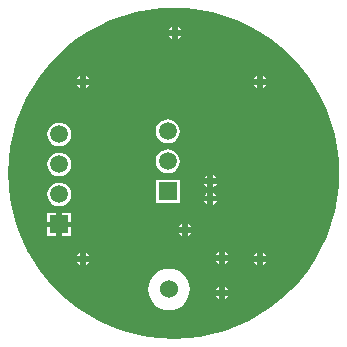
<source format=gbl>
%FSLAX25Y25*%
%MOIN*%
G70*
G01*
G75*
G04 Layer_Physical_Order=2*
G04 Layer_Color=16711680*
%ADD10R,0.03347X0.02756*%
%ADD11R,0.02756X0.05118*%
%ADD12R,0.03543X0.02756*%
%ADD13R,0.03543X0.03150*%
%ADD14C,0.01969*%
%ADD15C,0.00984*%
%ADD16C,0.01181*%
%ADD17C,0.01575*%
%ADD18C,0.06000*%
%ADD19C,0.05906*%
%ADD20R,0.05906X0.05906*%
%ADD21C,0.02500*%
G36*
X547241Y476802D02*
X551542Y476293D01*
X555790Y475448D01*
X559959Y474272D01*
X564022Y472773D01*
X567956Y470960D01*
X571735Y468843D01*
X575336Y466437D01*
X578737Y463756D01*
X581918Y460815D01*
X584858Y457635D01*
X587539Y454234D01*
X589946Y450632D01*
X592062Y446853D01*
X593875Y442920D01*
X595374Y438857D01*
X596550Y434688D01*
X597395Y430440D01*
X597904Y426139D01*
X598074Y421811D01*
X597904Y417483D01*
X597395Y413182D01*
X596550Y408934D01*
X595374Y404765D01*
X593875Y400702D01*
X592062Y396769D01*
X589946Y392990D01*
X587539Y389388D01*
X584858Y385987D01*
X581918Y382807D01*
X578737Y379867D01*
X575336Y377185D01*
X571735Y374779D01*
X567956Y372662D01*
X564022Y370849D01*
X559959Y369350D01*
X555790Y368175D01*
X551542Y367330D01*
X547241Y366820D01*
X542913Y366650D01*
X538586Y366820D01*
X534284Y367330D01*
X530036Y368175D01*
X525868Y369350D01*
X521804Y370849D01*
X517871Y372662D01*
X514092Y374779D01*
X510491Y377185D01*
X507089Y379867D01*
X503909Y382807D01*
X500969Y385987D01*
X498287Y389388D01*
X495881Y392990D01*
X494381Y395669D01*
X494095D01*
D01*
Y395669D01*
X494095D01*
D01*
D01*
X494094Y395669D01*
Y396180D01*
X493765Y396769D01*
X491952Y400702D01*
X490452Y404765D01*
X489277Y408934D01*
X488432Y413182D01*
X487923Y417483D01*
X487753Y421811D01*
X487923Y426139D01*
X488432Y430440D01*
X489277Y434688D01*
X490452Y438857D01*
X491952Y442920D01*
X493765Y446853D01*
X495881Y450632D01*
X498287Y454234D01*
X500969Y457635D01*
X503909Y460815D01*
X507089Y463756D01*
X510491Y466437D01*
X514092Y468843D01*
X517871Y470960D01*
X521804Y472773D01*
X525868Y474272D01*
X530036Y475448D01*
X534284Y476293D01*
X538586Y476802D01*
X542913Y476972D01*
X547241Y476802D01*
D02*
G37*
%LPC*%
G36*
X560039Y395749D02*
Y394685D01*
X561103D01*
X560677Y395323D01*
X560159Y395669D01*
D01*
X560039Y395749D01*
D02*
G37*
G36*
X503740Y403740D02*
X500772D01*
Y400772D01*
X503740D01*
Y403740D01*
D02*
G37*
G36*
X508677D02*
X505709D01*
Y400772D01*
X508677D01*
Y403740D01*
D02*
G37*
G36*
X570669Y395356D02*
X570031Y394929D01*
X569605Y394291D01*
X570669D01*
Y395356D01*
D02*
G37*
G36*
X572638D02*
Y394291D01*
X573702D01*
X573276Y394929D01*
X572638Y395356D01*
D02*
G37*
G36*
X558071Y395749D02*
X557951Y395669D01*
D01*
X557433Y395323D01*
X557007Y394685D01*
X558071D01*
Y395749D01*
D02*
G37*
G36*
X547685Y404932D02*
Y403867D01*
X548749D01*
X548323Y404505D01*
X547685Y404932D01*
D02*
G37*
G36*
X503740Y408677D02*
X500772D01*
Y405709D01*
X503740D01*
Y408677D01*
D02*
G37*
G36*
X508677D02*
X505709D01*
Y405709D01*
X508677D01*
Y408677D01*
D02*
G37*
G36*
X545717Y401899D02*
X544653D01*
X545079Y401261D01*
X545717Y400835D01*
Y401899D01*
D02*
G37*
G36*
X548749D02*
X547685D01*
Y400835D01*
X548323Y401261D01*
X548749Y401899D01*
D02*
G37*
G36*
X545717Y404932D02*
X545079Y404505D01*
X544653Y403867D01*
X545717D01*
Y404932D01*
D02*
G37*
G36*
X513583Y395356D02*
Y394291D01*
X514647D01*
X514221Y394929D01*
X513583Y395356D01*
D02*
G37*
G36*
X558071Y383938D02*
X557433Y383512D01*
X557007Y382874D01*
X558071D01*
Y383938D01*
D02*
G37*
G36*
X560039D02*
Y382874D01*
X561103D01*
X560677Y383512D01*
X560039Y383938D01*
D02*
G37*
G36*
X511614Y392323D02*
X510550D01*
X510976Y391685D01*
X511614Y391259D01*
Y392323D01*
D02*
G37*
G36*
X541339Y390010D02*
X539985Y389877D01*
X538683Y389482D01*
X537484Y388840D01*
X536432Y387977D01*
X535569Y386926D01*
X534928Y385726D01*
X534533Y384425D01*
X534400Y383071D01*
X534533Y381717D01*
X534928Y380416D01*
X535569Y379216D01*
X536432Y378164D01*
X537484Y377301D01*
X538683Y376660D01*
X539985Y376265D01*
X541339Y376132D01*
X542692Y376265D01*
X543994Y376660D01*
X545194Y377301D01*
X546245Y378164D01*
X547108Y379216D01*
X547749Y380416D01*
X548144Y381717D01*
X548278Y383071D01*
X548144Y384425D01*
X547749Y385726D01*
X547108Y386926D01*
X546245Y387977D01*
X545194Y388840D01*
X543994Y389482D01*
X542692Y389877D01*
X541339Y390010D01*
D02*
G37*
G36*
X558071Y380906D02*
X557007D01*
X557433Y380268D01*
X558071Y379841D01*
Y380906D01*
D02*
G37*
G36*
X561103D02*
X560039D01*
Y379841D01*
X560677Y380268D01*
X561103Y380906D01*
D02*
G37*
G36*
X558071Y392717D02*
X557007D01*
X557433Y392079D01*
X558071Y391652D01*
Y392717D01*
D02*
G37*
G36*
X561103D02*
X560039D01*
Y391652D01*
X560677Y392079D01*
X561103Y392717D01*
D02*
G37*
G36*
X511614Y395356D02*
X510976Y394929D01*
X510550Y394291D01*
X511614D01*
Y395356D01*
D02*
G37*
G36*
X514647Y392323D02*
X513583D01*
Y391259D01*
X514221Y391685D01*
X514647Y392323D01*
D02*
G37*
G36*
X570669D02*
X569605D01*
X570031Y391685D01*
X570669Y391259D01*
Y392323D01*
D02*
G37*
G36*
X573702D02*
X572638D01*
Y391259D01*
X573276Y391685D01*
X573702Y392323D01*
D02*
G37*
G36*
X570669Y451378D02*
X569605D01*
X570031Y450740D01*
X570669Y450314D01*
Y451378D01*
D02*
G37*
G36*
X573702D02*
X572638D01*
Y450314D01*
X573276Y450740D01*
X573702Y451378D01*
D02*
G37*
G36*
X511614Y454411D02*
X510976Y453984D01*
X510550Y453346D01*
X511614D01*
Y454411D01*
D02*
G37*
G36*
X540945Y439735D02*
X539913Y439599D01*
X538951Y439201D01*
X538126Y438567D01*
X537492Y437742D01*
X537094Y436780D01*
X536958Y435748D01*
X537094Y434716D01*
X537492Y433755D01*
X538126Y432929D01*
X538951Y432295D01*
X539913Y431897D01*
X540945Y431761D01*
X541977Y431897D01*
X542938Y432295D01*
X543764Y432929D01*
X544398Y433755D01*
X544796Y434716D01*
X544932Y435748D01*
X544796Y436780D01*
X544398Y437742D01*
X543764Y438567D01*
X542938Y439201D01*
X541977Y439599D01*
X540945Y439735D01*
D02*
G37*
G36*
X511614Y451378D02*
X510550D01*
X510976Y450740D01*
X511614Y450314D01*
Y451378D01*
D02*
G37*
G36*
X514647D02*
X513583D01*
Y450314D01*
X514221Y450740D01*
X514647Y451378D01*
D02*
G37*
G36*
X513583Y454411D02*
Y453346D01*
X514647D01*
X514221Y453984D01*
X513583Y454411D01*
D02*
G37*
G36*
X545356Y467520D02*
X544291D01*
Y466456D01*
X544929Y466882D01*
X545356Y467520D01*
D02*
G37*
G36*
X542323Y470552D02*
X541685Y470126D01*
X541259Y469488D01*
X542323D01*
Y470552D01*
D02*
G37*
G36*
X544291D02*
Y469488D01*
X545356D01*
X544929Y470126D01*
X544291Y470552D01*
D02*
G37*
G36*
X570669Y454411D02*
X570031Y453984D01*
X569605Y453346D01*
X570669D01*
Y454411D01*
D02*
G37*
G36*
X572638D02*
Y453346D01*
X573702D01*
X573276Y453984D01*
X572638Y454411D01*
D02*
G37*
G36*
X542323Y467520D02*
X541259D01*
X541685Y466882D01*
X542323Y466456D01*
Y467520D01*
D02*
G37*
G36*
X544898Y419701D02*
X536992D01*
Y411795D01*
X544898D01*
Y419701D01*
D02*
G37*
G36*
X554134Y415434D02*
X553496Y415008D01*
X553070Y414370D01*
X554134D01*
Y415434D01*
D02*
G37*
G36*
X556102D02*
Y414370D01*
X557166D01*
X556740Y415008D01*
X556102Y415434D01*
D02*
G37*
G36*
X504724Y418711D02*
X503692Y418575D01*
X502731Y418177D01*
X501905Y417544D01*
X501272Y416718D01*
X500873Y415756D01*
X500738Y414724D01*
X500873Y413693D01*
X501272Y412731D01*
X501905Y411905D01*
X502731Y411272D01*
X503692Y410873D01*
X504724Y410738D01*
X505756Y410873D01*
X506718Y411272D01*
X507544Y411905D01*
X508177Y412731D01*
X508575Y413693D01*
X508711Y414724D01*
X508575Y415756D01*
X508177Y416718D01*
X507544Y417544D01*
X506718Y418177D01*
X505756Y418575D01*
X504724Y418711D01*
D02*
G37*
G36*
X554134Y412402D02*
X553070D01*
X553496Y411764D01*
X554134Y411337D01*
Y412402D01*
D02*
G37*
G36*
X557166D02*
X556102D01*
Y411337D01*
X556740Y411764D01*
X557166Y412402D01*
D02*
G37*
G36*
X554134Y418307D02*
X553070D01*
X553496Y417669D01*
X554134Y417243D01*
Y418307D01*
D02*
G37*
G36*
X504724Y428711D02*
X503692Y428575D01*
X502731Y428177D01*
X501905Y427543D01*
X501272Y426718D01*
X500873Y425756D01*
X500738Y424724D01*
X500873Y423693D01*
X501272Y422731D01*
X501905Y421905D01*
X502731Y421272D01*
X503692Y420873D01*
X504724Y420738D01*
X505756Y420873D01*
X506718Y421272D01*
X507544Y421905D01*
X508177Y422731D01*
X508575Y423693D01*
X508711Y424724D01*
X508575Y425756D01*
X508177Y426718D01*
X507544Y427543D01*
X506718Y428177D01*
X505756Y428575D01*
X504724Y428711D01*
D02*
G37*
G36*
X540945Y429735D02*
X539913Y429599D01*
X538951Y429201D01*
X538126Y428567D01*
X537492Y427741D01*
X537094Y426780D01*
X536958Y425748D01*
X537094Y424716D01*
X537492Y423755D01*
X538126Y422929D01*
X538951Y422295D01*
X539913Y421897D01*
X540945Y421761D01*
X541977Y421897D01*
X542938Y422295D01*
X543764Y422929D01*
X544398Y423755D01*
X544796Y424716D01*
X544932Y425748D01*
X544796Y426780D01*
X544398Y427741D01*
X543764Y428567D01*
X542938Y429201D01*
X541977Y429599D01*
X540945Y429735D01*
D02*
G37*
G36*
X504724Y438711D02*
X503692Y438575D01*
X502731Y438177D01*
X501905Y437543D01*
X501272Y436718D01*
X500873Y435756D01*
X500738Y434724D01*
X500873Y433693D01*
X501272Y432731D01*
X501905Y431905D01*
X502731Y431272D01*
X503692Y430873D01*
X504724Y430738D01*
X505756Y430873D01*
X506718Y431272D01*
X507544Y431905D01*
X508177Y432731D01*
X508575Y433693D01*
X508711Y434724D01*
X508575Y435756D01*
X508177Y436718D01*
X507544Y437543D01*
X506718Y438177D01*
X505756Y438575D01*
X504724Y438711D01*
D02*
G37*
G36*
X557166Y418307D02*
X556102D01*
Y417243D01*
X556740Y417669D01*
X557166Y418307D01*
D02*
G37*
G36*
X554134Y421340D02*
X553496Y420914D01*
X553070Y420276D01*
X554134D01*
Y421340D01*
D02*
G37*
G36*
X556102D02*
Y420276D01*
X557166D01*
X556740Y420914D01*
X556102Y421340D01*
D02*
G37*
%LPD*%
D18*
X541339Y383071D02*
D03*
D19*
X540945Y435748D02*
D03*
Y425748D02*
D03*
X504724Y414724D02*
D03*
Y424724D02*
D03*
Y434724D02*
D03*
D20*
X540945Y415748D02*
D03*
X504724Y404724D02*
D03*
D21*
X555118Y413386D02*
D03*
Y419291D02*
D03*
X571654Y393307D02*
D03*
X559055Y393701D02*
D03*
X543307Y468504D02*
D03*
X571654Y452362D02*
D03*
X559055Y381890D02*
D03*
X512598Y452362D02*
D03*
Y393307D02*
D03*
X546701Y402883D02*
D03*
M02*

</source>
